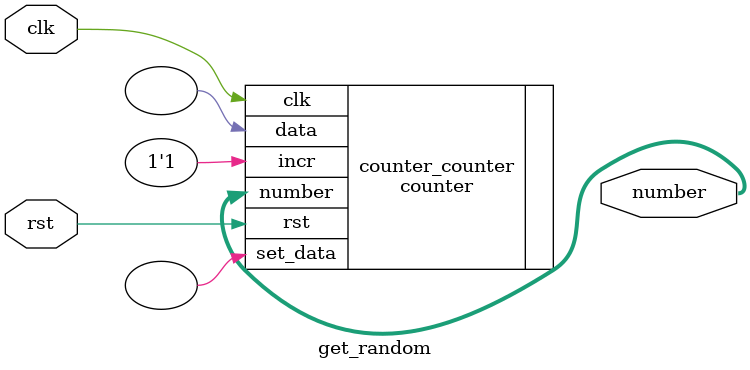
<source format=v>
module get_random
#(
    parameter   MODULUS = 10,
    parameter   NBITS   = $clog2(MODULUS)
)
(
    input               clk,
    input               rst,
    output  [NBITS-1:0] number
);

counter
#(
    .MODULUS    (MODULUS)
) counter_counter
(
    .clk        (clk),
    .rst        (rst),
    .incr       (1'd1),
    .number     (number),
    .set_data   (),
    .data       ()
);

endmodule
</source>
